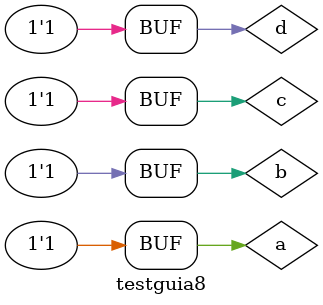
<source format=v>

module metodoreduzirquine ( saida,a,b,c,d );

output saida;
input a,b,c,d;
wire temp1,temp2,temp3,temp4,temp5,temp6;

not NOT1 (temp1,c);
not NOT2 (temp3,a);
and AND1 (temp2,a,temp1,d);
and AND2 (temp4,temp3,c);
and AND3 (temp5,b,d);
and AND4 (temp6,b,c);
or OR1 (saida,temp2,temp4,temp5,temp6);

endmodule

module testguia8;
reg a,b,c,d;
wire saida;

metodoreduzirquine  REDUZIRQUINE ( saida,a,b,c,d );

initial begin:start
        a=0; b=0; c=0; d=0;
end

initial begin: main
#1 $display (" Circuito do exercicio 01-guia8 ");
#1 $display (" a |  b |  c |  d  =  saida ");
  $monitor (" %b  | %b  | %b |  %b  =   %b ",a,b,c,d,saida);
           #1 a=0;    b=0;   c=0;   d=1;
			  #1 a=0;    b=0;   c=1;   d=0;
			  #1 a=0;    b=0;   c=1;   d=1;
			  #1 a=0;    b=1;   c=0;   d=0;
			  #1 a=0;    b=1;   c=0;   d=1;
			  #1 a=0;    b=1;   c=1;   d=0;
			  #1 a=0;    b=1;   c=1;   d=1;
			  #1 a=1;    b=0;   c=0;   d=0;
			  #1 a=1;    b=0;   c=0;   d=1;
			  #1 a=1;    b=0;   c=1;   d=0;
			  #1 a=1;    b=0;   c=1;   d=1;
			  #1 a=1;    b=1;   c=0;   d=0;
			  #1 a=1;    b=1;   c=0;   d=1;
			  #1 a=1;    b=1;   c=1;   d=0;
			  #1 a=1;    b=1;   c=1;   d=1;
			  
			  
			  
end
endmodule


</source>
